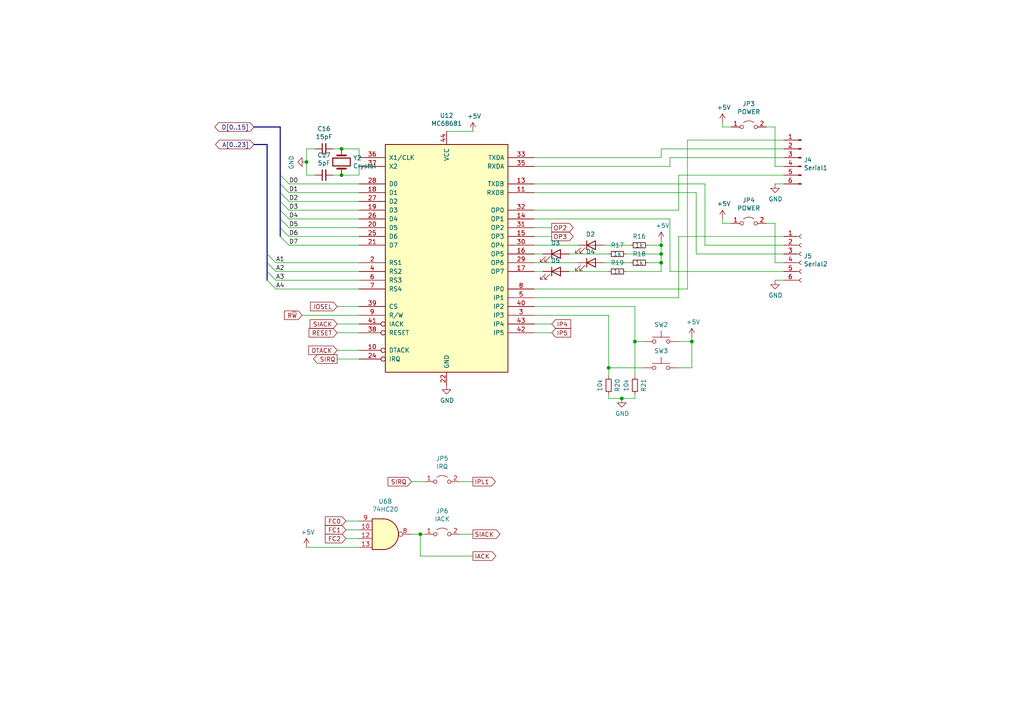
<source format=kicad_sch>
(kicad_sch (version 20211123) (generator eeschema)
  (paper "A4")
  (title_block (title "68k-SMT") (rev "1"))
  (lib_symbols
    (symbol "74xx:74LS20" (pin_names (offset 1.016))
      (property "Reference" "U" (at 0 1.27 0))
      (property "Value" "74LS20" (at 0 -1.27 0))
      (symbol "74LS20_1_1"
        (arc (start -0.635 -4.445) (mid 3.81 0) (end -0.635 4.445) (stroke (width 0.254)) (fill (type background)))
        (polyline (pts (xy -0.635 4.445) (xy -3.81 4.445) (xy -3.81 -4.445) (xy -0.635 -4.445)) (stroke (width 0.254)) (fill (type background)))
        (pin input line (at -7.62 3.81 0) (length 3.81) (name "~") (number "1"))
        (pin input line (at -7.62 1.27 0) (length 3.81) (name "~") (number "2"))
        (pin input line (at -7.62 -1.27 0) (length 3.81) (name "~") (number "4"))
        (pin input line (at -7.62 -3.81 0) (length 3.81) (name "~") (number "5"))
        (pin output inverted (at 7.62 0 180) (length 3.81) (name "~") (number "6"))
      )
      (symbol "74LS20_1_2"
        (arc (start -3.81 -4.445) (mid -2.5908 0) (end -3.81 4.445) (stroke (width 0.254)))
        (arc (start -0.6096 -4.445) (mid 2.2246 -2.8422) (end 3.81 0) (stroke (width 0.254)) (fill (type background)))
        (polyline (pts (xy -3.81 -4.445) (xy -0.635 -4.445)) (stroke (width 0.254)) (fill (type background)))
        (polyline (pts (xy -3.81 4.445) (xy -0.635 4.445)) (stroke (width 0.254)) (fill (type background)))
        (polyline (pts (xy -0.635 4.445) (xy -3.81 4.445) (xy -3.81 4.445) (xy -3.6322 4.0894) (xy -3.0988 2.921) (xy -2.7686 1.6764) (xy -2.6162 0.4318) (xy -2.6416 -0.8636) (xy -2.8702 -2.1082) (xy -3.2512 -3.3274) (xy -3.81 -4.445) (xy -3.81 -4.445) (xy -0.635 -4.445)) (stroke (width -25.4)) (fill (type background)))
        (arc (start 3.81 0) (mid 2.2204 2.8379) (end -0.6096 4.445) (stroke (width 0.254)) (fill (type background)))
        (pin input inverted (at -7.62 3.81 0) (length 3.81) (name "~") (number "1"))
        (pin input inverted (at -7.62 1.27 0) (length 4.826) (name "~") (number "2"))
        (pin input inverted (at -7.62 -1.27 0) (length 4.826) (name "~") (number "4"))
        (pin input inverted (at -7.62 -3.81 0) (length 3.81) (name "~") (number "5"))
        (pin output line (at 7.62 0 180) (length 3.81) (name "~") (number "6"))
      )
      (symbol "74LS20_2_1"
        (arc (start -0.635 -4.445) (mid 3.81 0) (end -0.635 4.445) (stroke (width 0.254)) (fill (type background)))
        (polyline (pts (xy -0.635 4.445) (xy -3.81 4.445) (xy -3.81 -4.445) (xy -0.635 -4.445)) (stroke (width 0.254)) (fill (type background)))
        (pin input line (at -7.62 1.27 0) (length 3.81) (name "~") (number "10"))
        (pin input line (at -7.62 -1.27 0) (length 3.81) (name "~") (number "12"))
        (pin input line (at -7.62 -3.81 0) (length 3.81) (name "~") (number "13"))
        (pin output inverted (at 7.62 0 180) (length 3.81) (name "~") (number "8"))
        (pin input line (at -7.62 3.81 0) (length 3.81) (name "~") (number "9"))
      )
      (symbol "74LS20_2_2"
        (arc (start -3.81 -4.445) (mid -2.5908 0) (end -3.81 4.445) (stroke (width 0.254)))
        (arc (start -0.6096 -4.445) (mid 2.2246 -2.8422) (end 3.81 0) (stroke (width 0.254)) (fill (type background)))
        (polyline (pts (xy -3.81 -4.445) (xy -0.635 -4.445)) (stroke (width 0.254)) (fill (type background)))
        (polyline (pts (xy -3.81 4.445) (xy -0.635 4.445)) (stroke (width 0.254)) (fill (type background)))
        (polyline (pts (xy -0.635 4.445) (xy -3.81 4.445) (xy -3.81 4.445) (xy -3.6322 4.0894) (xy -3.0988 2.921) (xy -2.7686 1.6764) (xy -2.6162 0.4318) (xy -2.6416 -0.8636) (xy -2.8702 -2.1082) (xy -3.2512 -3.3274) (xy -3.81 -4.445) (xy -3.81 -4.445) (xy -0.635 -4.445)) (stroke (width -25.4)) (fill (type background)))
        (arc (start 3.81 0) (mid 2.2204 2.8379) (end -0.6096 4.445) (stroke (width 0.254)) (fill (type background)))
        (pin input inverted (at -7.62 1.27 0) (length 4.826) (name "~") (number "10"))
        (pin input inverted (at -7.62 -1.27 0) (length 4.826) (name "~") (number "12"))
        (pin input inverted (at -7.62 -3.81 0) (length 3.81) (name "~") (number "13"))
        (pin output line (at 7.62 0 180) (length 3.81) (name "~") (number "8"))
        (pin input inverted (at -7.62 3.81 0) (length 3.81) (name "~") (number "9"))
      )
      (symbol "74LS20_3_0"
        (pin power_in line (at 0 12.7 270) (length 5.08) (name "VCC") (number "14"))
        (pin power_in line (at 0 -12.7 90) (length 5.08) (name "GND") (number "7"))
      )
      (symbol "74LS20_3_1"
        (rectangle (start -5.08 7.62) (end 5.08 -7.62) (stroke (width 0.254)) (fill (type background)))
      )
    )
    (symbol "Computie_68k:MC68681-PLCC" (pin_names (offset 1.016))
      (property "Reference" "U" (at 0 3.81 0))
      (property "Value" "MC68681-PLCC" (at 0 -2.54 0))
      (symbol "MC68681-PLCC_0_1"
        (rectangle (start -17.78 -31.75) (end 17.78 34.29) (stroke (width 0.254)) (fill (type background)))
      )
      (symbol "MC68681-PLCC_1_1"
        (pin open_collector inverted (at -25.4 -25.4 0) (length 7.62) (name "DTACK") (number "10"))
        (pin input line (at 25.4 20.32 180) (length 7.62) (name "RXDB") (number "11"))
        (pin output line (at 25.4 22.86 180) (length 7.62) (name "TXDB") (number "13"))
        (pin output line (at 25.4 12.7 180) (length 7.62) (name "OP1") (number "14"))
        (pin output line (at 25.4 7.62 180) (length 7.62) (name "OP3") (number "15"))
        (pin output line (at 25.4 2.54 180) (length 7.62) (name "OP5") (number "16"))
        (pin output line (at 25.4 -2.54 180) (length 7.62) (name "OP7") (number "17"))
        (pin tri_state line (at -25.4 20.32 0) (length 7.62) (name "D1") (number "18"))
        (pin tri_state line (at -25.4 15.24 0) (length 7.62) (name "D3") (number "19"))
        (pin input line (at -25.4 0 0) (length 7.62) (name "RS1") (number "2"))
        (pin tri_state line (at -25.4 10.16 0) (length 7.62) (name "D5") (number "20"))
        (pin tri_state line (at -25.4 5.08 0) (length 7.62) (name "D7") (number "21"))
        (pin power_in line (at 0 -35.56 90) (length 3.81) (name "GND") (number "22"))
        (pin output inverted (at -25.4 -27.94 0) (length 7.62) (name "IRQ") (number "24"))
        (pin tri_state line (at -25.4 7.62 0) (length 7.62) (name "D6") (number "25"))
        (pin tri_state line (at -25.4 12.7 0) (length 7.62) (name "D4") (number "26"))
        (pin tri_state line (at -25.4 17.78 0) (length 7.62) (name "D2") (number "27"))
        (pin tri_state line (at -25.4 22.86 0) (length 7.62) (name "D0") (number "28"))
        (pin output line (at 25.4 0 180) (length 7.62) (name "OP6") (number "29"))
        (pin input line (at 25.4 -15.24 180) (length 7.62) (name "IP3") (number "3"))
        (pin output line (at 25.4 5.08 180) (length 7.62) (name "OP4") (number "30"))
        (pin output line (at 25.4 10.16 180) (length 7.62) (name "OP2") (number "31"))
        (pin output line (at 25.4 15.24 180) (length 7.62) (name "OP0") (number "32"))
        (pin output line (at 25.4 30.48 180) (length 7.62) (name "TXDA") (number "33"))
        (pin input line (at 25.4 27.94 180) (length 7.62) (name "RXDA") (number "35"))
        (pin input line (at -25.4 30.48 0) (length 7.62) (name "X1/CLK") (number "36"))
        (pin input line (at -25.4 27.94 0) (length 7.62) (name "X2") (number "37"))
        (pin input inverted (at -25.4 -20.32 0) (length 7.62) (name "RESET") (number "38"))
        (pin input line (at -25.4 -12.7 0) (length 7.62) (name "CS") (number "39"))
        (pin input line (at -25.4 -2.54 0) (length 7.62) (name "RS2") (number "4"))
        (pin input line (at 25.4 -12.7 180) (length 7.62) (name "IP2") (number "40"))
        (pin input inverted (at -25.4 -17.78 0) (length 7.62) (name "IACK") (number "41"))
        (pin input line (at 25.4 -20.32 180) (length 7.62) (name "IP5") (number "42"))
        (pin input line (at 25.4 -17.78 180) (length 7.62) (name "IP4") (number "43"))
        (pin power_in line (at 0 38.1 270) (length 3.81) (name "VCC") (number "44"))
        (pin input line (at 25.4 -10.16 180) (length 7.62) (name "IP1") (number "5"))
        (pin input line (at -25.4 -5.08 0) (length 7.62) (name "RS3") (number "6"))
        (pin input line (at -25.4 -7.62 0) (length 7.62) (name "RS4") (number "7"))
        (pin input line (at 25.4 -7.62 180) (length 7.62) (name "IP0") (number "8"))
        (pin input line (at -25.4 -15.24 0) (length 7.62) (name "R/W") (number "9"))
      )
    )
    (symbol "Connector:Conn_01x06_Female" (pin_names (offset 1.016) hide)
      (property "Reference" "J" (at 0 7.62 0))
      (property "Value" "Conn_01x06_Female" (at 0 -10.16 0))
      (symbol "Conn_01x06_Female_1_1"
        (arc (start 0 -7.112) (mid -0.508 -7.62) (end 0 -8.128) (stroke (width 0.1524)))
        (arc (start 0 -4.572) (mid -0.508 -5.08) (end 0 -5.588) (stroke (width 0.1524)))
        (arc (start 0 -2.032) (mid -0.508 -2.54) (end 0 -3.048) (stroke (width 0.1524)))
        (polyline (pts (xy -1.27 -7.62) (xy -0.508 -7.62)) (stroke (width 0.1524)))
        (polyline (pts (xy -1.27 -5.08) (xy -0.508 -5.08)) (stroke (width 0.1524)))
        (polyline (pts (xy -1.27 -2.54) (xy -0.508 -2.54)) (stroke (width 0.1524)))
        (polyline (pts (xy -1.27 0) (xy -0.508 0)) (stroke (width 0.1524)))
        (polyline (pts (xy -1.27 2.54) (xy -0.508 2.54)) (stroke (width 0.1524)))
        (polyline (pts (xy -1.27 5.08) (xy -0.508 5.08)) (stroke (width 0.1524)))
        (arc (start 0 0.508) (mid -0.508 0) (end 0 -0.508) (stroke (width 0.1524)))
        (arc (start 0 3.048) (mid -0.508 2.54) (end 0 2.032) (stroke (width 0.1524)))
        (arc (start 0 5.588) (mid -0.508 5.08) (end 0 4.572) (stroke (width 0.1524)))
        (pin passive line (at -5.08 5.08 0) (length 3.81) (name "Pin_1") (number "1"))
        (pin passive line (at -5.08 2.54 0) (length 3.81) (name "Pin_2") (number "2"))
        (pin passive line (at -5.08 0 0) (length 3.81) (name "Pin_3") (number "3"))
        (pin passive line (at -5.08 -2.54 0) (length 3.81) (name "Pin_4") (number "4"))
        (pin passive line (at -5.08 -5.08 0) (length 3.81) (name "Pin_5") (number "5"))
        (pin passive line (at -5.08 -7.62 0) (length 3.81) (name "Pin_6") (number "6"))
      )
    )
    (symbol "Connector:Conn_01x06_Male" (pin_names (offset 1.016) hide)
      (property "Reference" "J" (at 0 7.62 0))
      (property "Value" "Conn_01x06_Male" (at 0 -10.16 0))
      (symbol "Conn_01x06_Male_1_1"
        (polyline (pts (xy 1.27 -7.62) (xy 0.8636 -7.62)) (stroke (width 0.1524)))
        (polyline (pts (xy 1.27 -5.08) (xy 0.8636 -5.08)) (stroke (width 0.1524)))
        (polyline (pts (xy 1.27 -2.54) (xy 0.8636 -2.54)) (stroke (width 0.1524)))
        (polyline (pts (xy 1.27 0) (xy 0.8636 0)) (stroke (width 0.1524)))
        (polyline (pts (xy 1.27 2.54) (xy 0.8636 2.54)) (stroke (width 0.1524)))
        (polyline (pts (xy 1.27 5.08) (xy 0.8636 5.08)) (stroke (width 0.1524)))
        (rectangle (start 0.8636 -7.493) (end 0 -7.747) (stroke (width 0.1524)) (fill (type outline)))
        (rectangle (start 0.8636 -4.953) (end 0 -5.207) (stroke (width 0.1524)) (fill (type outline)))
        (rectangle (start 0.8636 -2.413) (end 0 -2.667) (stroke (width 0.1524)) (fill (type outline)))
        (rectangle (start 0.8636 0.127) (end 0 -0.127) (stroke (width 0.1524)) (fill (type outline)))
        (rectangle (start 0.8636 2.667) (end 0 2.413) (stroke (width 0.1524)) (fill (type outline)))
        (rectangle (start 0.8636 5.207) (end 0 4.953) (stroke (width 0.1524)) (fill (type outline)))
        (pin passive line (at 5.08 5.08 180) (length 3.81) (name "Pin_1") (number "1"))
        (pin passive line (at 5.08 2.54 180) (length 3.81) (name "Pin_2") (number "2"))
        (pin passive line (at 5.08 0 180) (length 3.81) (name "Pin_3") (number "3"))
        (pin passive line (at 5.08 -2.54 180) (length 3.81) (name "Pin_4") (number "4"))
        (pin passive line (at 5.08 -5.08 180) (length 3.81) (name "Pin_5") (number "5"))
        (pin passive line (at 5.08 -7.62 180) (length 3.81) (name "Pin_6") (number "6"))
      )
    )
    (symbol "Device:C_Small" (pin_numbers hide) (pin_names (offset 0.254) hide)
      (property "Reference" "C" (at 0.254 1.778 0))
      (property "Value" "C_Small" (at 0.254 -2.032 0))
      (symbol "C_Small_0_1"
        (polyline (pts (xy -1.524 -0.508) (xy 1.524 -0.508)) (stroke (width 0.3302)))
        (polyline (pts (xy -1.524 0.508) (xy 1.524 0.508)) (stroke (width 0.3048)))
      )
      (symbol "C_Small_1_1"
        (pin passive line (at 0 2.54 270) (length 2.032) (name "~") (number "1"))
        (pin passive line (at 0 -2.54 90) (length 2.032) (name "~") (number "2"))
      )
    )
    (symbol "Device:Crystal" (pin_numbers hide) (pin_names (offset 1.016) hide)
      (property "Reference" "Y" (at 0 3.81 0))
      (property "Value" "Crystal" (at 0 -3.81 0))
      (symbol "Crystal_0_1"
        (rectangle (start -1.143 2.54) (end 1.143 -2.54) (stroke (width 0.3048)))
        (polyline (pts (xy -2.54 0) (xy -1.905 0)))
        (polyline (pts (xy -1.905 -1.27) (xy -1.905 1.27)) (stroke (width 0.508)))
        (polyline (pts (xy 1.905 -1.27) (xy 1.905 1.27)) (stroke (width 0.508)))
        (polyline (pts (xy 2.54 0) (xy 1.905 0)))
      )
      (symbol "Crystal_1_1"
        (pin passive line (at -3.81 0 0) (length 1.27) (name "1") (number "1"))
        (pin passive line (at 3.81 0 180) (length 1.27) (name "2") (number "2"))
      )
    )
    (symbol "Device:LED" (pin_numbers hide) (pin_names (offset 1.016) hide)
      (property "Reference" "D" (at 0 2.54 0))
      (property "Value" "LED" (at 0 -2.54 0))
      (symbol "LED_0_1"
        (polyline (pts (xy -1.27 -1.27) (xy -1.27 1.27)) (stroke (width 0.254)))
        (polyline (pts (xy -1.27 0) (xy 1.27 0)))
        (polyline (pts (xy 1.27 -1.27) (xy 1.27 1.27) (xy -1.27 0) (xy 1.27 -1.27)) (stroke (width 0.254)))
        (polyline (pts (xy -3.048 -0.762) (xy -4.572 -2.286) (xy -3.81 -2.286) (xy -4.572 -2.286) (xy -4.572 -1.524)))
        (polyline (pts (xy -1.778 -0.762) (xy -3.302 -2.286) (xy -2.54 -2.286) (xy -3.302 -2.286) (xy -3.302 -1.524)))
      )
      (symbol "LED_1_1"
        (pin passive line (at -3.81 0 0) (length 2.54) (name "K") (number "1"))
        (pin passive line (at 3.81 0 180) (length 2.54) (name "A") (number "2"))
      )
    )
    (symbol "Device:R_Small" (pin_numbers hide) (pin_names (offset 0.254) hide)
      (property "Reference" "R" (at 0.762 0.508 0))
      (property "Value" "R_Small" (at 0.762 -1.016 0))
      (symbol "R_Small_0_1"
        (rectangle (start -0.762 1.778) (end 0.762 -1.778) (stroke (width 0.2032)))
      )
      (symbol "R_Small_1_1"
        (pin passive line (at 0 2.54 270) (length 0.762) (name "~") (number "1"))
        (pin passive line (at 0 -2.54 90) (length 0.762) (name "~") (number "2"))
      )
    )
    (symbol "Jumper:Jumper_2_Open" (pin_names (offset 0) hide)
      (property "Reference" "JP" (at 0 2.794 0))
      (property "Value" "Jumper_2_Open" (at 0 -2.286 0))
      (symbol "Jumper_2_Open_0_0"
        (circle (center -2.032 0) (radius 0.508))
        (circle (center 2.032 0) (radius 0.508))
      )
      (symbol "Jumper_2_Open_0_1"
        (arc (start 1.524 1.27) (mid 0 1.778) (end -1.524 1.27))
      )
      (symbol "Jumper_2_Open_1_1"
        (pin passive line (at -5.08 0 0) (length 2.54) (name "A") (number "1"))
        (pin passive line (at 5.08 0 180) (length 2.54) (name "B") (number "2"))
      )
    )
    (symbol "Switch:SW_Push" (pin_numbers hide) (pin_names (offset 1.016) hide)
      (property "Reference" "SW" (at 1.27 2.54 0))
      (property "Value" "SW_Push" (at 0 -1.524 0))
      (symbol "SW_Push_0_1"
        (circle (center -2.032 0) (radius 0.508))
        (polyline (pts (xy 0 1.27) (xy 0 3.048)))
        (polyline (pts (xy 2.54 1.27) (xy -2.54 1.27)))
        (circle (center 2.032 0) (radius 0.508))
        (pin passive line (at -5.08 0 0) (length 2.54) (name "1") (number "1"))
        (pin passive line (at 5.08 0 180) (length 2.54) (name "2") (number "2"))
      )
    )
    (symbol "power:+5V" (power) (pin_names (offset 0))
      (property "Value" "+5V" (at 0 3.556 0))
      (symbol "+5V_0_1"
        (polyline (pts (xy -0.762 1.27) (xy 0 2.54)))
        (polyline (pts (xy 0 0) (xy 0 2.54)))
        (polyline (pts (xy 0 2.54) (xy 0.762 1.27)))
      )
      (symbol "+5V_1_1"
        (pin power_in line (at 0 0 90) (length 0) hide (name "+5V") (number "1"))
      )
    )
    (symbol "power:GND" (power) (pin_names (offset 0))
      (property "Value" "GND" (at 0 -3.81 0))
      (symbol "GND_0_1"
        (polyline (pts (xy 0 0) (xy 0 -1.27) (xy 1.27 -1.27) (xy 0 -2.54) (xy -1.27 -1.27) (xy 0 -1.27)))
      )
      (symbol "GND_1_1"
        (pin power_in line (at 0 0 270) (length 0) hide (name "GND") (number "1"))
      )
    )
  )
  (junction (at 191.77 71.12))
  (junction (at 184.15 99.06))
  (junction (at 191.77 73.66))
  (junction (at 180.34 115.57))
  (junction (at 176.53 106.68))
  (junction (at 88.9 46.99))
  (junction (at 99.06 43.18))
  (junction (at 121.92 154.94))
  (junction (at 99.06 50.8))
  (junction (at 200.66 99.06))
  (junction (at 191.77 76.2))
  (bus_entry (at 80.01 81.28) (size -2.54 -2.54))
  (bus_entry (at 83.82 60.96) (size -2.54 -2.54))
  (bus_entry (at 80.01 76.2) (size -2.54 -2.54))
  (bus_entry (at 80.01 83.82) (size -2.54 -2.54))
  (bus_entry (at 83.82 66.04) (size -2.54 -2.54))
  (bus_entry (at 83.82 55.88) (size -2.54 -2.54))
  (bus_entry (at 83.82 71.12) (size -2.54 -2.54))
  (bus_entry (at 83.82 53.34) (size -2.54 -2.54))
  (bus_entry (at 83.82 58.42) (size -2.54 -2.54))
  (bus_entry (at 83.82 63.5) (size -2.54 -2.54))
  (bus_entry (at 80.01 78.74) (size -2.54 -2.54))
  (bus_entry (at 83.82 68.58) (size -2.54 -2.54))
  (wire (pts (xy 176.53 78.74) (xy 165.1 78.74)))
  (wire (pts (xy 104.14 60.96) (xy 83.82 60.96)))
  (wire (pts (xy 196.85 50.8) (xy 196.85 60.96)))
  (wire (pts (xy 88.9 50.8) (xy 91.44 50.8)))
  (wire (pts (xy 154.94 45.72) (xy 191.77 45.72)))
  (wire (pts (xy 167.64 71.12) (xy 154.94 71.12)))
  (bus (pts (xy 77.47 41.91) (xy 77.47 73.66)))
  (wire (pts (xy 119.38 154.94) (xy 121.92 154.94)))
  (wire (pts (xy 91.44 43.18) (xy 88.9 43.18)))
  (wire (pts (xy 157.48 78.74) (xy 154.94 78.74)))
  (wire (pts (xy 167.64 76.2) (xy 154.94 76.2)))
  (wire (pts (xy 222.25 36.83) (xy 224.79 36.83)))
  (wire (pts (xy 104.14 66.04) (xy 83.82 66.04)))
  (wire (pts (xy 182.88 76.2) (xy 175.26 76.2)))
  (wire (pts (xy 154.94 66.04) (xy 160.02 66.04)))
  (bus (pts (xy 77.47 78.74) (xy 77.47 81.28)))
  (wire (pts (xy 104.14 48.26) (xy 104.14 50.8)))
  (wire (pts (xy 104.14 58.42) (xy 83.82 58.42)))
  (wire (pts (xy 160.02 68.58) (xy 154.94 68.58)))
  (wire (pts (xy 191.77 69.85) (xy 191.77 71.12)))
  (wire (pts (xy 129.54 38.1) (xy 137.16 38.1)))
  (wire (pts (xy 191.77 71.12) (xy 191.77 73.66)))
  (wire (pts (xy 196.85 68.58) (xy 196.85 86.36)))
  (wire (pts (xy 204.47 53.34) (xy 204.47 71.12)))
  (wire (pts (xy 191.77 71.12) (xy 187.96 71.12)))
  (bus (pts (xy 77.47 73.66) (xy 77.47 76.2)))
  (wire (pts (xy 104.14 50.8) (xy 99.06 50.8)))
  (wire (pts (xy 88.9 43.18) (xy 88.9 46.99)))
  (wire (pts (xy 119.38 139.7) (xy 123.19 139.7)))
  (wire (pts (xy 199.39 40.64) (xy 199.39 83.82)))
  (wire (pts (xy 227.33 68.58) (xy 196.85 68.58)))
  (bus (pts (xy 81.28 60.96) (xy 81.28 63.5)))
  (wire (pts (xy 209.55 35.56) (xy 209.55 36.83)))
  (wire (pts (xy 191.77 45.72) (xy 191.77 43.18)))
  (wire (pts (xy 209.55 64.77) (xy 212.09 64.77)))
  (bus (pts (xy 73.66 41.91) (xy 77.47 41.91)))
  (wire (pts (xy 227.33 78.74) (xy 194.31 78.74)))
  (wire (pts (xy 176.53 106.68) (xy 176.53 109.22)))
  (wire (pts (xy 196.85 106.68) (xy 200.66 106.68)))
  (wire (pts (xy 154.94 55.88) (xy 201.93 55.88)))
  (wire (pts (xy 104.14 81.28) (xy 80.01 81.28)))
  (wire (pts (xy 201.93 73.66) (xy 227.33 73.66)))
  (wire (pts (xy 199.39 83.82) (xy 154.94 83.82)))
  (wire (pts (xy 176.53 115.57) (xy 176.53 114.3)))
  (wire (pts (xy 176.53 91.44) (xy 154.94 91.44)))
  (wire (pts (xy 201.93 55.88) (xy 201.93 73.66)))
  (wire (pts (xy 196.85 50.8) (xy 227.33 50.8)))
  (bus (pts (xy 81.28 66.04) (xy 81.28 68.58)))
  (wire (pts (xy 154.94 88.9) (xy 184.15 88.9)))
  (bus (pts (xy 77.47 76.2) (xy 77.47 78.74)))
  (wire (pts (xy 186.69 106.68) (xy 176.53 106.68)))
  (wire (pts (xy 104.14 43.18) (xy 104.14 45.72)))
  (wire (pts (xy 184.15 99.06) (xy 184.15 109.22)))
  (wire (pts (xy 104.14 78.74) (xy 80.01 78.74)))
  (wire (pts (xy 160.02 96.52) (xy 154.94 96.52)))
  (bus (pts (xy 81.28 36.83) (xy 73.66 36.83)))
  (wire (pts (xy 224.79 76.2) (xy 227.33 76.2)))
  (wire (pts (xy 200.66 106.68) (xy 200.66 99.06)))
  (bus (pts (xy 81.28 36.83) (xy 81.28 50.8)))
  (wire (pts (xy 194.31 78.74) (xy 194.31 63.5)))
  (wire (pts (xy 100.33 156.21) (xy 104.14 156.21)))
  (wire (pts (xy 121.92 154.94) (xy 123.19 154.94)))
  (wire (pts (xy 184.15 115.57) (xy 180.34 115.57)))
  (wire (pts (xy 157.48 73.66) (xy 154.94 73.66)))
  (wire (pts (xy 121.92 161.29) (xy 137.16 161.29)))
  (wire (pts (xy 99.06 50.8) (xy 96.52 50.8)))
  (wire (pts (xy 154.94 48.26) (xy 194.31 48.26)))
  (wire (pts (xy 227.33 81.28) (xy 224.79 81.28)))
  (wire (pts (xy 180.34 115.57) (xy 176.53 115.57)))
  (wire (pts (xy 227.33 53.34) (xy 224.79 53.34)))
  (wire (pts (xy 191.77 78.74) (xy 191.77 76.2)))
  (wire (pts (xy 97.79 101.6) (xy 104.14 101.6)))
  (wire (pts (xy 224.79 48.26) (xy 227.33 48.26)))
  (wire (pts (xy 104.14 55.88) (xy 83.82 55.88)))
  (wire (pts (xy 224.79 36.83) (xy 224.79 48.26)))
  (wire (pts (xy 196.85 86.36) (xy 154.94 86.36)))
  (wire (pts (xy 199.39 40.64) (xy 227.33 40.64)))
  (wire (pts (xy 209.55 63.5) (xy 209.55 64.77)))
  (wire (pts (xy 154.94 53.34) (xy 204.47 53.34)))
  (wire (pts (xy 204.47 71.12) (xy 227.33 71.12)))
  (wire (pts (xy 200.66 97.79) (xy 200.66 99.06)))
  (wire (pts (xy 104.14 63.5) (xy 83.82 63.5)))
  (wire (pts (xy 97.79 96.52) (xy 104.14 96.52)))
  (wire (pts (xy 200.66 99.06) (xy 196.85 99.06)))
  (wire (pts (xy 184.15 99.06) (xy 186.69 99.06)))
  (wire (pts (xy 182.88 71.12) (xy 175.26 71.12)))
  (wire (pts (xy 191.77 73.66) (xy 191.77 76.2)))
  (wire (pts (xy 184.15 114.3) (xy 184.15 115.57)))
  (bus (pts (xy 81.28 58.42) (xy 81.28 60.96)))
  (wire (pts (xy 222.25 64.77) (xy 224.79 64.77)))
  (bus (pts (xy 81.28 63.5) (xy 81.28 66.04)))
  (wire (pts (xy 88.9 46.99) (xy 88.9 50.8)))
  (wire (pts (xy 97.79 88.9) (xy 104.14 88.9)))
  (wire (pts (xy 104.14 76.2) (xy 80.01 76.2)))
  (wire (pts (xy 104.14 153.67) (xy 100.33 153.67)))
  (wire (pts (xy 97.79 104.14) (xy 104.14 104.14)))
  (wire (pts (xy 104.14 158.75) (xy 88.9 158.75)))
  (wire (pts (xy 176.53 91.44) (xy 176.53 106.68)))
  (wire (pts (xy 194.31 63.5) (xy 154.94 63.5)))
  (wire (pts (xy 96.52 43.18) (xy 99.06 43.18)))
  (wire (pts (xy 191.77 76.2) (xy 187.96 76.2)))
  (bus (pts (xy 81.28 53.34) (xy 81.28 55.88)))
  (wire (pts (xy 104.14 83.82) (xy 80.01 83.82)))
  (wire (pts (xy 194.31 45.72) (xy 227.33 45.72)))
  (wire (pts (xy 97.79 93.98) (xy 104.14 93.98)))
  (wire (pts (xy 104.14 53.34) (xy 83.82 53.34)))
  (wire (pts (xy 87.63 91.44) (xy 104.14 91.44)))
  (wire (pts (xy 100.33 151.13) (xy 104.14 151.13)))
  (wire (pts (xy 121.92 161.29) (xy 121.92 154.94)))
  (wire (pts (xy 191.77 43.18) (xy 227.33 43.18)))
  (wire (pts (xy 184.15 88.9) (xy 184.15 99.06)))
  (bus (pts (xy 81.28 50.8) (xy 81.28 53.34)))
  (wire (pts (xy 191.77 73.66) (xy 181.61 73.66)))
  (bus (pts (xy 81.28 55.88) (xy 81.28 58.42)))
  (wire (pts (xy 176.53 73.66) (xy 165.1 73.66)))
  (wire (pts (xy 196.85 60.96) (xy 154.94 60.96)))
  (wire (pts (xy 99.06 43.18) (xy 104.14 43.18)))
  (wire (pts (xy 194.31 48.26) (xy 194.31 45.72)))
  (wire (pts (xy 160.02 93.98) (xy 154.94 93.98)))
  (wire (pts (xy 133.35 154.94) (xy 137.16 154.94)))
  (wire (pts (xy 209.55 36.83) (xy 212.09 36.83)))
  (wire (pts (xy 133.35 139.7) (xy 137.16 139.7)))
  (wire (pts (xy 104.14 68.58) (xy 83.82 68.58)))
  (wire (pts (xy 104.14 71.12) (xy 83.82 71.12)))
  (wire (pts (xy 181.61 78.74) (xy 191.77 78.74)))
  (wire (pts (xy 224.79 64.77) (xy 224.79 76.2)))
  (label "D3" (at 83.82 60.96 0))
  (label "D5" (at 83.82 66.04 0))
  (label "D4" (at 83.82 63.5 0))
  (label "A3" (at 80.01 81.28 0))
  (label "D7" (at 83.82 71.12 0))
  (label "D0" (at 83.82 53.34 0))
  (label "D1" (at 83.82 55.88 0))
  (label "D6" (at 83.82 68.58 0))
  (label "A1" (at 80.01 76.2 0))
  (label "A4" (at 80.01 83.82 0))
  (label "A2" (at 80.01 78.74 0))
  (label "D2" (at 83.82 58.42 0))
  (global_label "FC2" (shape input) (at 100.33 156.21 180) (property "Intersheet References" "${INTERSHEET_REFS}" (effects hide)))
  (global_label "IP4" (shape input) (at 160.02 93.98 0) (property "Intersheet References" "${INTERSHEET_REFS}" (effects hide)))
  (global_label "RESET" (shape input) (at 97.79 96.52 180) (property "Intersheet References" "${INTERSHEET_REFS}" (effects hide)))
  (global_label "A[0..23]" (shape tri_state) (at 73.66 41.91 180) (property "Intersheet References" "${INTERSHEET_REFS}" (effects hide)))
  (global_label "DTACK" (shape input) (at 97.79 101.6 180) (property "Intersheet References" "${INTERSHEET_REFS}" (effects hide)))
  (global_label "SIRQ" (shape input) (at 119.38 139.7 180) (property "Intersheet References" "${INTERSHEET_REFS}" (effects hide)))
  (global_label "SIRQ" (shape output) (at 97.79 104.14 180) (property "Intersheet References" "${INTERSHEET_REFS}" (effects hide)))
  (global_label "IPL1" (shape output) (at 137.16 139.7 0) (property "Intersheet References" "${INTERSHEET_REFS}" (effects hide)))
  (global_label "R~{W}" (shape input) (at 87.63 91.44 180) (property "Intersheet References" "${INTERSHEET_REFS}" (effects hide)))
  (global_label "FC0" (shape input) (at 100.33 151.13 180) (property "Intersheet References" "${INTERSHEET_REFS}" (effects hide)))
  (global_label "OP2" (shape output) (at 160.02 66.04 0) (property "Intersheet References" "${INTERSHEET_REFS}" (effects hide)))
  (global_label "IP5" (shape input) (at 160.02 96.52 0) (property "Intersheet References" "${INTERSHEET_REFS}" (effects hide)))
  (global_label "SIACK" (shape input) (at 97.79 93.98 180) (property "Intersheet References" "${INTERSHEET_REFS}" (effects hide)))
  (global_label "OP3" (shape output) (at 160.02 68.58 0) (property "Intersheet References" "${INTERSHEET_REFS}" (effects hide)))
  (global_label "IACK" (shape output) (at 137.16 161.29 0) (property "Intersheet References" "${INTERSHEET_REFS}" (effects hide)))
  (global_label "IOSEL" (shape input) (at 97.79 88.9 180) (property "Intersheet References" "${INTERSHEET_REFS}" (effects hide)))
  (global_label "FC1" (shape input) (at 100.33 153.67 180) (property "Intersheet References" "${INTERSHEET_REFS}" (effects hide)))
  (global_label "SIACK" (shape output) (at 137.16 154.94 0) (property "Intersheet References" "${INTERSHEET_REFS}" (effects hide)))
  (global_label "D[0..15]" (shape tri_state) (at 73.66 36.83 180) (property "Intersheet References" "${INTERSHEET_REFS}" (effects hide)))
  (symbol (lib_id "Connector:Conn_01x06_Female") (at 232.41 73.66 0) (unit 1)
    (property "Reference" "J5" (at 233.1212 74.2696 0) (effects (justify left)))
    (property "Value" "Serial2" (at 233.1212 76.581 0) (effects (justify left)))
    (property "Footprint" "Connector_PinHeader_2.54mm:PinHeader_1x06_P2.54mm_Horizontal" (effects hide))
  )
  (symbol (lib_id "Connector:Conn_01x06_Male") (at 232.41 45.72 0) (mirror y) (unit 1)
    (property "Reference" "J4" (at 233.1212 46.3804 0) (effects (justify right)))
    (property "Value" "Serial1" (at 233.1212 48.6918 0) (effects (justify right)))
    (property "Footprint" "Connector_PinHeader_2.54mm:PinHeader_1x06_P2.54mm_Horizontal" (effects hide))
  )
  (symbol (lib_id "power:GND") (at 224.79 81.28 0) (unit 1)
    (property "Reference" "#PWR040" (effects hide))
    (property "Value" "GND" (at 224.917 85.6742 0))
  )
  (symbol (lib_id "power:GND") (at 224.79 53.34 0) (unit 1)
    (property "Reference" "#PWR037" (effects hide))
    (property "Value" "GND" (at 224.917 57.7342 0))
  )
  (symbol (lib_id "Computie_68k:MC68681-PLCC") (at 129.54 76.2 0) (unit 1)
    (property "Reference" "U12" (at 129.54 33.5026 0))
    (property "Value" "MC68681" (at 129.54 35.814 0))
    (property "Footprint" "Package_LCC:PLCC-68_THT-Socket" (effects hide))
  )
  (symbol (lib_id "power:+5V") (at 137.16 38.1 0) (unit 1)
    (property "Reference" "#PWR035" (effects hide))
    (property "Value" "+5V" (at 137.541 33.7058 0))
  )
  (symbol (lib_id "Device:Crystal") (at 99.06 46.99 90) (unit 1)
    (property "Reference" "Y2" (at 102.3874 45.8216 90) (effects (justify right)))
    (property "Value" "Crystal" (at 102.3874 48.133 90) (effects (justify right)))
    (property "Footprint" "Crystal:Crystal_HC49-4H_Vertical" (effects hide))
  )
  (symbol (lib_id "Device:C_Small") (at 93.98 43.18 90) (unit 1)
    (property "Reference" "C16" (at 93.98 37.3634 90))
    (property "Value" "15pF" (at 93.98 39.6748 90))
    (property "Footprint" "Capacitor_THT:C_Disc_D3.0mm_W2.0mm_P2.50mm" (effects hide))
  )
  (symbol (lib_id "Device:C_Small") (at 93.98 50.8 90) (unit 1)
    (property "Reference" "C17" (at 93.98 44.9834 90))
    (property "Value" "5pF" (at 93.98 47.2948 90))
    (property "Footprint" "Capacitor_THT:C_Disc_D3.0mm_W2.0mm_P2.50mm" (effects hide))
  )
  (symbol (lib_id "power:GND") (at 88.9 46.99 270) (unit 1)
    (property "Reference" "#PWR036" (effects hide))
    (property "Value" "GND" (at 84.5058 47.117 0))
  )
  (symbol (lib_id "Device:LED") (at 161.29 78.74 0) (unit 1)
    (property "Reference" "D5" (at 161.1122 75.565 0))
    (property "Value" "OP7" (effects hide))
    (property "Footprint" "LED_THT:LED_D5.0mm" (effects hide))
  )
  (symbol (lib_id "Device:LED") (at 161.29 73.66 0) (unit 1)
    (property "Reference" "D3" (at 161.1122 70.485 0))
    (property "Value" "OP5" (effects hide))
    (property "Footprint" "LED_THT:LED_D5.0mm" (effects hide))
  )
  (symbol (lib_id "Device:LED") (at 171.45 76.2 0) (unit 1)
    (property "Reference" "D4" (at 171.2722 73.025 0))
    (property "Value" "OP6" (effects hide))
    (property "Footprint" "LED_THT:LED_D5.0mm" (effects hide))
  )
  (symbol (lib_id "Device:LED") (at 171.45 71.12 0) (unit 1)
    (property "Reference" "D2" (at 171.2722 67.945 0))
    (property "Value" "OP4" (effects hide))
    (property "Footprint" "LED_THT:LED_D5.0mm" (effects hide))
  )
  (symbol (lib_id "Device:R_Small") (at 179.07 73.66 90) (unit 1)
    (property "Reference" "R17" (at 179.07 71.12 90))
    (property "Value" "1k" (at 179.07 73.66 90))
    (property "Footprint" "Resistor_THT:R_Axial_DIN0204_L3.6mm_D1.6mm_P5.08mm_Horizontal" (effects hide))
  )
  (symbol (lib_id "Device:R_Small") (at 179.07 78.74 90) (unit 1)
    (property "Reference" "R19" (at 179.07 76.2 90))
    (property "Value" "1k" (at 179.07 78.74 90))
    (property "Footprint" "Resistor_THT:R_Axial_DIN0204_L3.6mm_D1.6mm_P5.08mm_Horizontal" (effects hide))
  )
  (symbol (lib_id "Device:R_Small") (at 185.42 71.12 90) (unit 1)
    (property "Reference" "R16" (at 185.42 68.58 90))
    (property "Value" "1k" (at 185.42 71.12 90))
    (property "Footprint" "Resistor_THT:R_Axial_DIN0204_L3.6mm_D1.6mm_P5.08mm_Horizontal" (effects hide))
  )
  (symbol (lib_id "Device:R_Small") (at 185.42 76.2 90) (unit 1)
    (property "Reference" "R18" (at 185.42 73.66 90))
    (property "Value" "1k" (at 185.42 76.2 90))
    (property "Footprint" "Resistor_THT:R_Axial_DIN0204_L3.6mm_D1.6mm_P5.08mm_Horizontal" (effects hide))
  )
  (symbol (lib_id "power:+5V") (at 191.77 69.85 0) (unit 1)
    (property "Reference" "#PWR039" (effects hide))
    (property "Value" "+5V" (at 192.151 65.4558 0))
  )
  (symbol (lib_id "Switch:SW_Push") (at 191.77 99.06 0) (unit 1)
    (property "Reference" "SW2" (at 191.77 94.1578 0))
    (property "Value" "IP2" (effects hide))
    (property "Footprint" "Button_Switch_THT:SW_PUSH_6mm" (effects hide))
  )
  (symbol (lib_id "power:+5V") (at 200.66 97.79 0) (unit 1)
    (property "Reference" "#PWR041" (effects hide))
    (property "Value" "+5V" (at 201.041 93.3958 0))
  )
  (symbol (lib_id "Switch:SW_Push") (at 191.77 106.68 0) (unit 1)
    (property "Reference" "SW3" (at 191.77 101.7778 0))
    (property "Value" "IP3" (effects hide))
    (property "Footprint" "Button_Switch_THT:SW_PUSH_6mm" (effects hide))
  )
  (symbol (lib_id "Device:R_Small") (at 184.15 111.76 0) (unit 1)
    (property "Reference" "R21" (at 186.69 111.76 90))
    (property "Value" "10k" (at 181.61 111.76 90))
    (property "Footprint" "Resistor_THT:R_Axial_DIN0204_L3.6mm_D1.6mm_P5.08mm_Horizontal" (effects hide))
  )
  (symbol (lib_id "Device:R_Small") (at 176.53 111.76 0) (unit 1)
    (property "Reference" "R20" (at 179.07 111.76 90))
    (property "Value" "10k" (at 173.99 111.76 90))
    (property "Footprint" "Resistor_THT:R_Axial_DIN0204_L3.6mm_D1.6mm_P5.08mm_Horizontal" (effects hide))
  )
  (symbol (lib_id "power:GND") (at 180.34 115.57 0) (unit 1)
    (property "Reference" "#PWR042" (effects hide))
    (property "Value" "GND" (at 180.467 119.9642 0))
  )
  (symbol (lib_id "Jumper:Jumper_2_Open") (at 217.17 36.83 0) (unit 1)
    (property "Reference" "JP3" (at 217.17 30.1244 0))
    (property "Value" "POWER" (at 217.17 32.4358 0))
    (property "Footprint" "Connector_PinHeader_2.54mm:PinHeader_1x02_P2.54mm_Vertical" (effects hide))
  )
  (symbol (lib_id "power:+5V") (at 209.55 35.56 0) (unit 1)
    (property "Reference" "#PWR034" (effects hide))
    (property "Value" "+5V" (at 209.931 31.1658 0))
  )
  (symbol (lib_id "Jumper:Jumper_2_Open") (at 217.17 64.77 0) (unit 1)
    (property "Reference" "JP4" (at 217.17 58.0644 0))
    (property "Value" "POWER" (at 217.17 60.3758 0))
    (property "Footprint" "Connector_PinHeader_2.54mm:PinHeader_1x02_P2.54mm_Vertical" (effects hide))
  )
  (symbol (lib_id "power:+5V") (at 209.55 63.5 0) (unit 1)
    (property "Reference" "#PWR038" (effects hide))
    (property "Value" "+5V" (at 209.931 59.1058 0))
  )
  (symbol (lib_id "Jumper:Jumper_2_Open") (at 128.27 154.94 0) (unit 1)
    (property "Reference" "JP6" (at 128.27 148.2344 0))
    (property "Value" "IACK" (at 128.27 150.5458 0))
    (property "Footprint" "Connector_PinHeader_2.54mm:PinHeader_1x02_P2.54mm_Vertical" (effects hide))
  )
  (symbol (lib_id "power:GND") (at 129.54 111.76 0) (unit 1)
    (property "Reference" "#PWR043" (effects hide))
    (property "Value" "GND" (at 129.667 116.1542 0))
  )
  (symbol (lib_id "Jumper:Jumper_2_Open") (at 128.27 139.7 0) (unit 1)
    (property "Reference" "JP5" (at 128.27 132.9944 0))
    (property "Value" "IRQ" (at 128.27 135.3058 0))
    (property "Footprint" "Connector_PinHeader_2.54mm:PinHeader_1x02_P2.54mm_Vertical" (effects hide))
  )
  (symbol (lib_id "74xx:74LS20") (at 111.76 154.94 0) (unit 2)
    (property "Reference" "U6" (at 111.76 145.415 0))
    (property "Value" "74HC20" (at 111.76 147.7264 0))
    (property "Footprint" "Package_SO:TSSOP-14_4.4x5mm_P0.65mm" (effects hide))
    (property "Datasheet" "http://www.ti.com/lit/gpn/sn74LS20" (effects hide))
  )
  (symbol (lib_id "power:+5V") (at 88.9 158.75 0) (unit 1)
    (property "Reference" "#PWR044" (effects hide))
    (property "Value" "+5V" (at 89.281 154.3558 0))
  )
)
</source>
